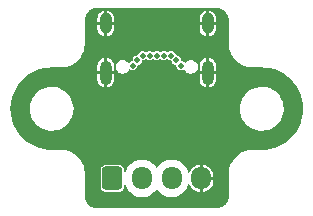
<source format=gbr>
%TF.GenerationSoftware,KiCad,Pcbnew,(7.0.0-0)*%
%TF.CreationDate,2023-03-15T20:38:16-05:00*%
%TF.ProjectId,USB-C Breakout,5553422d-4320-4427-9265-616b6f75742e,0*%
%TF.SameCoordinates,Original*%
%TF.FileFunction,Copper,L2,Inr*%
%TF.FilePolarity,Positive*%
%FSLAX46Y46*%
G04 Gerber Fmt 4.6, Leading zero omitted, Abs format (unit mm)*
G04 Created by KiCad (PCBNEW (7.0.0-0)) date 2023-03-15 20:38:16*
%MOMM*%
%LPD*%
G01*
G04 APERTURE LIST*
G04 Aperture macros list*
%AMRoundRect*
0 Rectangle with rounded corners*
0 $1 Rounding radius*
0 $2 $3 $4 $5 $6 $7 $8 $9 X,Y pos of 4 corners*
0 Add a 4 corners polygon primitive as box body*
4,1,4,$2,$3,$4,$5,$6,$7,$8,$9,$2,$3,0*
0 Add four circle primitives for the rounded corners*
1,1,$1+$1,$2,$3*
1,1,$1+$1,$4,$5*
1,1,$1+$1,$6,$7*
1,1,$1+$1,$8,$9*
0 Add four rect primitives between the rounded corners*
20,1,$1+$1,$2,$3,$4,$5,0*
20,1,$1+$1,$4,$5,$6,$7,0*
20,1,$1+$1,$6,$7,$8,$9,0*
20,1,$1+$1,$8,$9,$2,$3,0*%
G04 Aperture macros list end*
%TA.AperFunction,ComponentPad*%
%ADD10RoundRect,0.250000X-0.600000X-0.725000X0.600000X-0.725000X0.600000X0.725000X-0.600000X0.725000X0*%
%TD*%
%TA.AperFunction,ComponentPad*%
%ADD11O,1.700000X1.950000*%
%TD*%
%TA.AperFunction,ComponentPad*%
%ADD12O,1.000000X2.100000*%
%TD*%
%TA.AperFunction,ComponentPad*%
%ADD13O,1.000000X1.800000*%
%TD*%
%TA.AperFunction,ViaPad*%
%ADD14C,0.700000*%
%TD*%
%TA.AperFunction,ViaPad*%
%ADD15C,0.500000*%
%TD*%
G04 APERTURE END LIST*
D10*
%TO.N,VBUS*%
%TO.C,J2*%
X138395085Y-104900000D03*
D11*
%TO.N,/DP_USB_+*%
X140895084Y-104899999D03*
%TO.N,/DP_USB_-*%
X143395084Y-104899999D03*
%TO.N,GND*%
X145895084Y-104899999D03*
%TD*%
D12*
%TO.N,GND*%
%TO.C,J1*%
X146465084Y-95949999D03*
D13*
X146465084Y-91769999D03*
D12*
X137825084Y-95949999D03*
D13*
X137825084Y-91769999D03*
%TD*%
D14*
%TO.N,GND*%
X145100000Y-98300000D03*
X144850000Y-102850000D03*
X147650000Y-105000000D03*
X147450000Y-106650000D03*
X144850000Y-106800000D03*
X139450000Y-106800000D03*
X142150000Y-106800000D03*
D15*
X138350000Y-100150000D03*
X146000000Y-100300000D03*
%TO.N,VBUS*%
X140100000Y-95350000D03*
X144200000Y-95350000D03*
X141550000Y-94500000D03*
X143350000Y-94500000D03*
X140500000Y-94900000D03*
X143800000Y-94900000D03*
X142150000Y-94500000D03*
X142750000Y-94500000D03*
X140950000Y-94500000D03*
%TD*%
%TA.AperFunction,Conductor*%
%TO.N,GND*%
G36*
X147247805Y-90470738D02*
G01*
X147252403Y-90471140D01*
X147290290Y-90474454D01*
X147290731Y-90474495D01*
X147421868Y-90487409D01*
X147431910Y-90489235D01*
X147502484Y-90508144D01*
X147504355Y-90508679D01*
X147600840Y-90537946D01*
X147609099Y-90541106D01*
X147680466Y-90574385D01*
X147683484Y-90575893D01*
X147767408Y-90620750D01*
X147773773Y-90624661D01*
X147806109Y-90647302D01*
X147839894Y-90670958D01*
X147843695Y-90673842D01*
X147915895Y-90733094D01*
X147920440Y-90737213D01*
X147977878Y-90794651D01*
X147981997Y-90799195D01*
X148041241Y-90871383D01*
X148044125Y-90875184D01*
X148090421Y-90941300D01*
X148094344Y-90947686D01*
X148139196Y-91031595D01*
X148140720Y-91034645D01*
X148173983Y-91105979D01*
X148177148Y-91114249D01*
X148206410Y-91210710D01*
X148206971Y-91212677D01*
X148225855Y-91283154D01*
X148227685Y-91293209D01*
X148240685Y-91425307D01*
X148240747Y-91425979D01*
X148244347Y-91467110D01*
X148244585Y-91472559D01*
X148244585Y-93500099D01*
X148244594Y-93500122D01*
X148244600Y-93500174D01*
X148244600Y-93631119D01*
X148278829Y-93891114D01*
X148279359Y-93893092D01*
X148279360Y-93893097D01*
X148346168Y-94142430D01*
X148346170Y-94142436D01*
X148346701Y-94144416D01*
X148347480Y-94146298D01*
X148347484Y-94146308D01*
X148396720Y-94265173D01*
X148447055Y-94386693D01*
X148448074Y-94388458D01*
X148448077Y-94388464D01*
X148577155Y-94612036D01*
X148577160Y-94612043D01*
X148578173Y-94613798D01*
X148579410Y-94615410D01*
X148579412Y-94615413D01*
X148736567Y-94820223D01*
X148736569Y-94820225D01*
X148737813Y-94821846D01*
X148923243Y-95007277D01*
X149131289Y-95166918D01*
X149358394Y-95298039D01*
X149600669Y-95398394D01*
X149853972Y-95466268D01*
X150113966Y-95500499D01*
X150244984Y-95500499D01*
X150244985Y-95500499D01*
X150244986Y-95500500D01*
X150245085Y-95500500D01*
X151038541Y-95500500D01*
X151041811Y-95500586D01*
X151316991Y-95515005D01*
X151404311Y-95519740D01*
X151410688Y-95520415D01*
X151625965Y-95554509D01*
X151772307Y-95578500D01*
X151778318Y-95579795D01*
X151964805Y-95629763D01*
X151977039Y-95633041D01*
X151977583Y-95633189D01*
X152131890Y-95676030D01*
X152137522Y-95677889D01*
X152324929Y-95749826D01*
X152325589Y-95750085D01*
X152479044Y-95811226D01*
X152484245Y-95813581D01*
X152660569Y-95903420D01*
X152661332Y-95903817D01*
X152809814Y-95982536D01*
X152814579Y-95985339D01*
X152978975Y-96092098D01*
X152980009Y-96092784D01*
X153120500Y-96188038D01*
X153124735Y-96191180D01*
X153276187Y-96313822D01*
X153277309Y-96314753D01*
X153407517Y-96425352D01*
X153411250Y-96428793D01*
X153548449Y-96565991D01*
X153549581Y-96567154D01*
X153642260Y-96664993D01*
X153667678Y-96691826D01*
X153670873Y-96695471D01*
X153691599Y-96721066D01*
X153792571Y-96845756D01*
X153793755Y-96847265D01*
X153898021Y-96984423D01*
X153900682Y-96988207D01*
X154005759Y-97150011D01*
X154006895Y-97151829D01*
X154095927Y-97299799D01*
X154098062Y-97303646D01*
X154185501Y-97475253D01*
X154186522Y-97477355D01*
X154212241Y-97532944D01*
X154259179Y-97634399D01*
X154260804Y-97638244D01*
X154329738Y-97817822D01*
X154330617Y-97820263D01*
X154385935Y-97984438D01*
X154387077Y-97988218D01*
X154436807Y-98173809D01*
X154437476Y-98176551D01*
X154474757Y-98345924D01*
X154475449Y-98349582D01*
X154505489Y-98539248D01*
X154505892Y-98542267D01*
X154524654Y-98714771D01*
X154524934Y-98718258D01*
X154534981Y-98909957D01*
X154535067Y-98913228D01*
X154535067Y-99086772D01*
X154534981Y-99090043D01*
X154524934Y-99281740D01*
X154524654Y-99285227D01*
X154505892Y-99457731D01*
X154505489Y-99460750D01*
X154475449Y-99650416D01*
X154474757Y-99654074D01*
X154437476Y-99823447D01*
X154436807Y-99826189D01*
X154387077Y-100011780D01*
X154385935Y-100015560D01*
X154330617Y-100179735D01*
X154329738Y-100182176D01*
X154260804Y-100361754D01*
X154259179Y-100365599D01*
X154186537Y-100522613D01*
X154185501Y-100524745D01*
X154098062Y-100696352D01*
X154095927Y-100700199D01*
X154006895Y-100848169D01*
X154005759Y-100849987D01*
X153900682Y-101011791D01*
X153898021Y-101015575D01*
X153793755Y-101152733D01*
X153792571Y-101154242D01*
X153670875Y-101304524D01*
X153667678Y-101308172D01*
X153549605Y-101432820D01*
X153548424Y-101434033D01*
X153411250Y-101571205D01*
X153407517Y-101574646D01*
X153277309Y-101685245D01*
X153276180Y-101686182D01*
X153124746Y-101808810D01*
X153120488Y-101811969D01*
X152980009Y-101907214D01*
X152978975Y-101907900D01*
X152814579Y-102014659D01*
X152809814Y-102017462D01*
X152661397Y-102096147D01*
X152660496Y-102096615D01*
X152484265Y-102186408D01*
X152479024Y-102188781D01*
X152325630Y-102249897D01*
X152324895Y-102250185D01*
X152137544Y-102322102D01*
X152131866Y-102323975D01*
X151977583Y-102366809D01*
X151977039Y-102366957D01*
X151778344Y-102420197D01*
X151772279Y-102421504D01*
X151626172Y-102445455D01*
X151625838Y-102445509D01*
X151410695Y-102479582D01*
X151404302Y-102480259D01*
X151316527Y-102485018D01*
X151316414Y-102485024D01*
X151041811Y-102499414D01*
X151038540Y-102499500D01*
X150245141Y-102499500D01*
X150245085Y-102499493D01*
X150245085Y-102499485D01*
X150245027Y-102499485D01*
X150116011Y-102499485D01*
X150115996Y-102499485D01*
X150113965Y-102499486D01*
X150111941Y-102499752D01*
X150111933Y-102499753D01*
X149856000Y-102533449D01*
X149855991Y-102533450D01*
X149853969Y-102533717D01*
X149852005Y-102534243D01*
X149851991Y-102534246D01*
X149602637Y-102601063D01*
X149602628Y-102601065D01*
X149600665Y-102601592D01*
X149598782Y-102602371D01*
X149598776Y-102602374D01*
X149360287Y-102701160D01*
X149360274Y-102701166D01*
X149358387Y-102701948D01*
X149356609Y-102702974D01*
X149356604Y-102702977D01*
X149133063Y-102832040D01*
X149131281Y-102833069D01*
X149129655Y-102834316D01*
X149129650Y-102834320D01*
X148924865Y-102991459D01*
X148924858Y-102991464D01*
X148923233Y-102992712D01*
X148921785Y-102994159D01*
X148921777Y-102994167D01*
X148739249Y-103176696D01*
X148739241Y-103176704D01*
X148737802Y-103178144D01*
X148736567Y-103179753D01*
X148736556Y-103179766D01*
X148579400Y-103384578D01*
X148579393Y-103384587D01*
X148578161Y-103386194D01*
X148577152Y-103387940D01*
X148577143Y-103387955D01*
X148512312Y-103500247D01*
X148447041Y-103613300D01*
X148446264Y-103615175D01*
X148446259Y-103615186D01*
X148347470Y-103853687D01*
X148347466Y-103853696D01*
X148346687Y-103855579D01*
X148346159Y-103857548D01*
X148346155Y-103857561D01*
X148285944Y-104082272D01*
X148278814Y-104108883D01*
X148278546Y-104110913D01*
X148278546Y-104110917D01*
X148244852Y-104366848D01*
X148244851Y-104366855D01*
X148244585Y-104368880D01*
X148244585Y-104370927D01*
X148244585Y-106397271D01*
X148244347Y-106402720D01*
X148240637Y-106445110D01*
X148240574Y-106445787D01*
X148227673Y-106576780D01*
X148225844Y-106586830D01*
X148206958Y-106657313D01*
X148206397Y-106659281D01*
X148177133Y-106755747D01*
X148173968Y-106764017D01*
X148140707Y-106835345D01*
X148139183Y-106838393D01*
X148094332Y-106922303D01*
X148090409Y-106928690D01*
X148044115Y-106994804D01*
X148041231Y-106998605D01*
X147981986Y-107070795D01*
X147977866Y-107075340D01*
X147920427Y-107132777D01*
X147915883Y-107136896D01*
X147843689Y-107196143D01*
X147839888Y-107199026D01*
X147773780Y-107245315D01*
X147767393Y-107249239D01*
X147683492Y-107294083D01*
X147680444Y-107295607D01*
X147609096Y-107328876D01*
X147600826Y-107332040D01*
X147504388Y-107361294D01*
X147502420Y-107361856D01*
X147431906Y-107380749D01*
X147421861Y-107382577D01*
X147291854Y-107395390D01*
X147291171Y-107395453D01*
X147247634Y-107399262D01*
X147242187Y-107399500D01*
X137047815Y-107399500D01*
X137042366Y-107399262D01*
X136999978Y-107395552D01*
X136999300Y-107395489D01*
X136868307Y-107382586D01*
X136858257Y-107380757D01*
X136787733Y-107361859D01*
X136785779Y-107361301D01*
X136689340Y-107332045D01*
X136681076Y-107328883D01*
X136609737Y-107295616D01*
X136606688Y-107294092D01*
X136522782Y-107249242D01*
X136516396Y-107245319D01*
X136450284Y-107199026D01*
X136446483Y-107196142D01*
X136374296Y-107136899D01*
X136369756Y-107132785D01*
X136312296Y-107075324D01*
X136308197Y-107070800D01*
X136248923Y-106998575D01*
X136246084Y-106994831D01*
X136199760Y-106928674D01*
X136195862Y-106922330D01*
X136150978Y-106838357D01*
X136149498Y-106835396D01*
X136116207Y-106764002D01*
X136113048Y-106755744D01*
X136083779Y-106659256D01*
X136083235Y-106657350D01*
X136064337Y-106586823D01*
X136062509Y-106576779D01*
X136052526Y-106475500D01*
X136049689Y-106446712D01*
X136049631Y-106446080D01*
X136049605Y-106445787D01*
X136045822Y-106402548D01*
X136045585Y-106397102D01*
X136045585Y-105654069D01*
X137394585Y-105654069D01*
X137394586Y-105656518D01*
X137394969Y-105658940D01*
X137394970Y-105658945D01*
X137408669Y-105745448D01*
X137408670Y-105745453D01*
X137409439Y-105750304D01*
X137411668Y-105754680D01*
X137411670Y-105754684D01*
X137464803Y-105858963D01*
X137464805Y-105858966D01*
X137467035Y-105863342D01*
X137556743Y-105953050D01*
X137561119Y-105955280D01*
X137561121Y-105955281D01*
X137616962Y-105983733D01*
X137669781Y-106010646D01*
X137763566Y-106025500D01*
X139026603Y-106025499D01*
X139120389Y-106010646D01*
X139233427Y-105953050D01*
X139323135Y-105863342D01*
X139380731Y-105750304D01*
X139395585Y-105656519D01*
X139395584Y-105513507D01*
X139410390Y-105473118D01*
X139447793Y-105451863D01*
X139490072Y-105459817D01*
X139517195Y-105493210D01*
X139517844Y-105495101D01*
X139518475Y-105497591D01*
X139519509Y-105499948D01*
X139613995Y-105715356D01*
X139613997Y-105715361D01*
X139615036Y-105717728D01*
X139746514Y-105918969D01*
X139909321Y-106095825D01*
X140099018Y-106243472D01*
X140101285Y-106244699D01*
X140101290Y-106244702D01*
X140179419Y-106286983D01*
X140310429Y-106357882D01*
X140537788Y-106435934D01*
X140774893Y-106475500D01*
X141012690Y-106475500D01*
X141015277Y-106475500D01*
X141252382Y-106435934D01*
X141479741Y-106357882D01*
X141691152Y-106243472D01*
X141880849Y-106095825D01*
X142043656Y-105918969D01*
X142092763Y-105843804D01*
X142124791Y-105818876D01*
X142165379Y-105818876D01*
X142197406Y-105843804D01*
X142207310Y-105858963D01*
X142245100Y-105916806D01*
X142246514Y-105918969D01*
X142409321Y-106095825D01*
X142599018Y-106243472D01*
X142601285Y-106244699D01*
X142601290Y-106244702D01*
X142679419Y-106286983D01*
X142810429Y-106357882D01*
X143037788Y-106435934D01*
X143274893Y-106475500D01*
X143512690Y-106475500D01*
X143515277Y-106475500D01*
X143752382Y-106435934D01*
X143979741Y-106357882D01*
X144191152Y-106243472D01*
X144380849Y-106095825D01*
X144543656Y-105918969D01*
X144675134Y-105717728D01*
X144771695Y-105497591D01*
X144793650Y-105410891D01*
X144815277Y-105377364D01*
X144852782Y-105363752D01*
X144890881Y-105375604D01*
X144914045Y-105408090D01*
X144919423Y-105425816D01*
X144921766Y-105431474D01*
X145016367Y-105608459D01*
X145019766Y-105613547D01*
X145147084Y-105768684D01*
X145151400Y-105773000D01*
X145306537Y-105900318D01*
X145311625Y-105903717D01*
X145488610Y-105998318D01*
X145494263Y-106000660D01*
X145686315Y-106058918D01*
X145692301Y-106060108D01*
X145761376Y-106066912D01*
X145768184Y-106065673D01*
X145770085Y-106059019D01*
X146020085Y-106059019D01*
X146021985Y-106065673D01*
X146028793Y-106066912D01*
X146097868Y-106060108D01*
X146103854Y-106058918D01*
X146295906Y-106000660D01*
X146301559Y-105998318D01*
X146478544Y-105903717D01*
X146483632Y-105900318D01*
X146638769Y-105773000D01*
X146643085Y-105768684D01*
X146770403Y-105613547D01*
X146773802Y-105608459D01*
X146868403Y-105431474D01*
X146870745Y-105425821D01*
X146929003Y-105233769D01*
X146930193Y-105227783D01*
X146944933Y-105078121D01*
X146945085Y-105075047D01*
X146945085Y-105037431D01*
X146941443Y-105028641D01*
X146932654Y-105025000D01*
X146032516Y-105025000D01*
X146023726Y-105028641D01*
X146020085Y-105037431D01*
X146020085Y-106059019D01*
X145770085Y-106059019D01*
X145770085Y-104762569D01*
X146020085Y-104762569D01*
X146023726Y-104771358D01*
X146032516Y-104775000D01*
X146932654Y-104775000D01*
X146941443Y-104771358D01*
X146945085Y-104762569D01*
X146945085Y-104724953D01*
X146944933Y-104721878D01*
X146930193Y-104572216D01*
X146929003Y-104566230D01*
X146870745Y-104374178D01*
X146868403Y-104368525D01*
X146773802Y-104191540D01*
X146770403Y-104186452D01*
X146643085Y-104031315D01*
X146638769Y-104026999D01*
X146483632Y-103899681D01*
X146478544Y-103896282D01*
X146301559Y-103801681D01*
X146295906Y-103799339D01*
X146103854Y-103741081D01*
X146097868Y-103739891D01*
X146028793Y-103733087D01*
X146021985Y-103734326D01*
X146020085Y-103740981D01*
X146020085Y-104762569D01*
X145770085Y-104762569D01*
X145770085Y-103740981D01*
X145768184Y-103734326D01*
X145761376Y-103733087D01*
X145692301Y-103739891D01*
X145686315Y-103741081D01*
X145494263Y-103799339D01*
X145488610Y-103801681D01*
X145311625Y-103896282D01*
X145306537Y-103899681D01*
X145151400Y-104026999D01*
X145147084Y-104031315D01*
X145019766Y-104186452D01*
X145016367Y-104191540D01*
X144921766Y-104368525D01*
X144919423Y-104374181D01*
X144914045Y-104391910D01*
X144890880Y-104424395D01*
X144852782Y-104436247D01*
X144815277Y-104422635D01*
X144793649Y-104389106D01*
X144788527Y-104368880D01*
X144771695Y-104302409D01*
X144675134Y-104082272D01*
X144543656Y-103881031D01*
X144380849Y-103704175D01*
X144191152Y-103556528D01*
X144188887Y-103555302D01*
X144188879Y-103555297D01*
X144031813Y-103470297D01*
X143979741Y-103442118D01*
X143977298Y-103441279D01*
X143977295Y-103441278D01*
X143754824Y-103364904D01*
X143754820Y-103364903D01*
X143752382Y-103364066D01*
X143749840Y-103363641D01*
X143749833Y-103363640D01*
X143517826Y-103324925D01*
X143517821Y-103324924D01*
X143515277Y-103324500D01*
X143274893Y-103324500D01*
X143272349Y-103324924D01*
X143272343Y-103324925D01*
X143040336Y-103363640D01*
X143040326Y-103363642D01*
X143037788Y-103364066D01*
X143035352Y-103364902D01*
X143035345Y-103364904D01*
X142812874Y-103441278D01*
X142812867Y-103441280D01*
X142810429Y-103442118D01*
X142808154Y-103443348D01*
X142808152Y-103443350D01*
X142601290Y-103555297D01*
X142601277Y-103555305D01*
X142599018Y-103556528D01*
X142596978Y-103558115D01*
X142596976Y-103558117D01*
X142411365Y-103702583D01*
X142411357Y-103702590D01*
X142409321Y-103704175D01*
X142407569Y-103706077D01*
X142407568Y-103706079D01*
X142248263Y-103879130D01*
X142248257Y-103879136D01*
X142246514Y-103881031D01*
X142245106Y-103883184D01*
X142245102Y-103883191D01*
X142197408Y-103956192D01*
X142165379Y-103981121D01*
X142124791Y-103981121D01*
X142092762Y-103956192D01*
X142053620Y-103896282D01*
X142043656Y-103881031D01*
X141880849Y-103704175D01*
X141691152Y-103556528D01*
X141688887Y-103555302D01*
X141688879Y-103555297D01*
X141531813Y-103470297D01*
X141479741Y-103442118D01*
X141477298Y-103441279D01*
X141477295Y-103441278D01*
X141254824Y-103364904D01*
X141254820Y-103364903D01*
X141252382Y-103364066D01*
X141249840Y-103363641D01*
X141249833Y-103363640D01*
X141017826Y-103324925D01*
X141017821Y-103324924D01*
X141015277Y-103324500D01*
X140774893Y-103324500D01*
X140772349Y-103324924D01*
X140772343Y-103324925D01*
X140540336Y-103363640D01*
X140540326Y-103363642D01*
X140537788Y-103364066D01*
X140535352Y-103364902D01*
X140535345Y-103364904D01*
X140312874Y-103441278D01*
X140312867Y-103441280D01*
X140310429Y-103442118D01*
X140308154Y-103443348D01*
X140308152Y-103443350D01*
X140101290Y-103555297D01*
X140101277Y-103555305D01*
X140099018Y-103556528D01*
X140096978Y-103558115D01*
X140096976Y-103558117D01*
X139911365Y-103702583D01*
X139911357Y-103702590D01*
X139909321Y-103704175D01*
X139907569Y-103706077D01*
X139907568Y-103706079D01*
X139748262Y-103879131D01*
X139748256Y-103879138D01*
X139746514Y-103881031D01*
X139745104Y-103883189D01*
X139745101Y-103883193D01*
X139616453Y-104080102D01*
X139616449Y-104080108D01*
X139615036Y-104082272D01*
X139614000Y-104084633D01*
X139613995Y-104084643D01*
X139519511Y-104300046D01*
X139519509Y-104300051D01*
X139518475Y-104302409D01*
X139517843Y-104304903D01*
X139517196Y-104306789D01*
X139490074Y-104340184D01*
X139447795Y-104348138D01*
X139410391Y-104326884D01*
X139395584Y-104286491D01*
X139395584Y-104145942D01*
X139395584Y-104145940D01*
X139395584Y-104143482D01*
X139380731Y-104049696D01*
X139373894Y-104036278D01*
X139325366Y-103941036D01*
X139325365Y-103941034D01*
X139323135Y-103936658D01*
X139233427Y-103846950D01*
X139229051Y-103844720D01*
X139229048Y-103844718D01*
X139124770Y-103791586D01*
X139124768Y-103791585D01*
X139120389Y-103789354D01*
X139115536Y-103788585D01*
X139115532Y-103788584D01*
X139029030Y-103774884D01*
X139029027Y-103774883D01*
X139026604Y-103774500D01*
X139024144Y-103774500D01*
X137766027Y-103774500D01*
X137766014Y-103774500D01*
X137763567Y-103774501D01*
X137761145Y-103774884D01*
X137761139Y-103774885D01*
X137674636Y-103788584D01*
X137674629Y-103788586D01*
X137669781Y-103789354D01*
X137665406Y-103791582D01*
X137665400Y-103791585D01*
X137561121Y-103844718D01*
X137561115Y-103844722D01*
X137556743Y-103846950D01*
X137553269Y-103850423D01*
X137553266Y-103850426D01*
X137470511Y-103933181D01*
X137470508Y-103933184D01*
X137467035Y-103936658D01*
X137464807Y-103941030D01*
X137464803Y-103941036D01*
X137411671Y-104045314D01*
X137411671Y-104045315D01*
X137409439Y-104049696D01*
X137408670Y-104054546D01*
X137408669Y-104054552D01*
X137394969Y-104141054D01*
X137394585Y-104143481D01*
X137394585Y-104145939D01*
X137394585Y-104145940D01*
X137394585Y-105654057D01*
X137394585Y-105654069D01*
X136045585Y-105654069D01*
X136045585Y-104500036D01*
X136045592Y-104500000D01*
X136045600Y-104500000D01*
X136045600Y-104368880D01*
X136011370Y-104108883D01*
X135943497Y-103855578D01*
X135843141Y-103613299D01*
X135712020Y-103386193D01*
X135695684Y-103364904D01*
X135553622Y-103179765D01*
X135553620Y-103179763D01*
X135552378Y-103178144D01*
X135366945Y-102992712D01*
X135365327Y-102991471D01*
X135365322Y-102991466D01*
X135160510Y-102834310D01*
X135160507Y-102834308D01*
X135158895Y-102833071D01*
X135157140Y-102832058D01*
X135157133Y-102832053D01*
X134933554Y-102702972D01*
X134933552Y-102702971D01*
X134931787Y-102701952D01*
X134929904Y-102701172D01*
X134929900Y-102701170D01*
X134691399Y-102602381D01*
X134691395Y-102602379D01*
X134689508Y-102601598D01*
X134687534Y-102601069D01*
X134687525Y-102601066D01*
X134438186Y-102534258D01*
X134438181Y-102534257D01*
X134436203Y-102533727D01*
X134434169Y-102533459D01*
X134434168Y-102533459D01*
X134178236Y-102499766D01*
X134178230Y-102499765D01*
X134176205Y-102499499D01*
X134174158Y-102499499D01*
X134045085Y-102499500D01*
X133251630Y-102499500D01*
X133248359Y-102499414D01*
X132973660Y-102485017D01*
X132973547Y-102485011D01*
X132885870Y-102480257D01*
X132879477Y-102479580D01*
X132664384Y-102445513D01*
X132664050Y-102445459D01*
X132517888Y-102421497D01*
X132511823Y-102420190D01*
X132313155Y-102366957D01*
X132312650Y-102366819D01*
X132158305Y-102323966D01*
X132152631Y-102322094D01*
X131965306Y-102250186D01*
X131964570Y-102249898D01*
X131811153Y-102188771D01*
X131805913Y-102186398D01*
X131629665Y-102096595D01*
X131628764Y-102096127D01*
X131480370Y-102017454D01*
X131475605Y-102014651D01*
X131311138Y-101907845D01*
X131310104Y-101907158D01*
X131169715Y-101811971D01*
X131165457Y-101808813D01*
X131014012Y-101686176D01*
X131012882Y-101685239D01*
X130882662Y-101574629D01*
X130878930Y-101571188D01*
X130741766Y-101434024D01*
X130740585Y-101432811D01*
X130622505Y-101308155D01*
X130619312Y-101304511D01*
X130497611Y-101154222D01*
X130496442Y-101152733D01*
X130392158Y-101015549D01*
X130389524Y-101011804D01*
X130284439Y-100849987D01*
X130283310Y-100848180D01*
X130205604Y-100719034D01*
X130194258Y-100700176D01*
X130192136Y-100696352D01*
X130104684Y-100524717D01*
X130103657Y-100522602D01*
X130077958Y-100467055D01*
X130031017Y-100365593D01*
X130029394Y-100361755D01*
X130001013Y-100287820D01*
X129960441Y-100182127D01*
X129959581Y-100179735D01*
X129904257Y-100015541D01*
X129903127Y-100011800D01*
X129853375Y-99826124D01*
X129852735Y-99823502D01*
X129815438Y-99654060D01*
X129814750Y-99650416D01*
X129801483Y-99566654D01*
X129784703Y-99460710D01*
X129784311Y-99457782D01*
X129765542Y-99285200D01*
X129765267Y-99281778D01*
X129755219Y-99090042D01*
X129755133Y-99086771D01*
X129755133Y-99067765D01*
X131395788Y-99067765D01*
X131396036Y-99070026D01*
X131396037Y-99070032D01*
X131425163Y-99334742D01*
X131425164Y-99334749D01*
X131425414Y-99337018D01*
X131425990Y-99339223D01*
X131425992Y-99339231D01*
X131459408Y-99467047D01*
X131493928Y-99599088D01*
X131494818Y-99601183D01*
X131494820Y-99601188D01*
X131598979Y-99846294D01*
X131599870Y-99848390D01*
X131740982Y-100079610D01*
X131826321Y-100182156D01*
X131887936Y-100256195D01*
X131914255Y-100287820D01*
X132115998Y-100468582D01*
X132341910Y-100618044D01*
X132587176Y-100733020D01*
X132589362Y-100733677D01*
X132589363Y-100733678D01*
X132732627Y-100776780D01*
X132846569Y-100811060D01*
X133114561Y-100850500D01*
X133316492Y-100850500D01*
X133317631Y-100850500D01*
X133520156Y-100835677D01*
X133784553Y-100776780D01*
X134037558Y-100680014D01*
X134273777Y-100547441D01*
X134488177Y-100381888D01*
X134676186Y-100186881D01*
X134833799Y-99966579D01*
X134957656Y-99725675D01*
X135045118Y-99469305D01*
X135094319Y-99202933D01*
X135099259Y-99067765D01*
X149185958Y-99067765D01*
X149186206Y-99070026D01*
X149186207Y-99070032D01*
X149215333Y-99334742D01*
X149215334Y-99334749D01*
X149215584Y-99337018D01*
X149216160Y-99339223D01*
X149216162Y-99339231D01*
X149249578Y-99467047D01*
X149284098Y-99599088D01*
X149284988Y-99601183D01*
X149284990Y-99601188D01*
X149389149Y-99846294D01*
X149390040Y-99848390D01*
X149531152Y-100079610D01*
X149616491Y-100182156D01*
X149678106Y-100256195D01*
X149704425Y-100287820D01*
X149906168Y-100468582D01*
X150132080Y-100618044D01*
X150377346Y-100733020D01*
X150379532Y-100733677D01*
X150379533Y-100733678D01*
X150522797Y-100776780D01*
X150636739Y-100811060D01*
X150904731Y-100850500D01*
X151106662Y-100850500D01*
X151107801Y-100850500D01*
X151310326Y-100835677D01*
X151574723Y-100776780D01*
X151827728Y-100680014D01*
X152063947Y-100547441D01*
X152278347Y-100381888D01*
X152466356Y-100186881D01*
X152623969Y-99966579D01*
X152747826Y-99725675D01*
X152835288Y-99469305D01*
X152884489Y-99202933D01*
X152894382Y-98932235D01*
X152864756Y-98662982D01*
X152796242Y-98400912D01*
X152690300Y-98151610D01*
X152549188Y-97920390D01*
X152375915Y-97712180D01*
X152174172Y-97531418D01*
X151948260Y-97381956D01*
X151946193Y-97380987D01*
X151705058Y-97267947D01*
X151705051Y-97267944D01*
X151702994Y-97266980D01*
X151700814Y-97266324D01*
X151700806Y-97266321D01*
X151445794Y-97189599D01*
X151445784Y-97189596D01*
X151443601Y-97188940D01*
X151441341Y-97188607D01*
X151441335Y-97188606D01*
X151177864Y-97149831D01*
X151177852Y-97149830D01*
X151175609Y-97149500D01*
X150972539Y-97149500D01*
X150971410Y-97149582D01*
X150971399Y-97149583D01*
X150772288Y-97164156D01*
X150772280Y-97164157D01*
X150770014Y-97164323D01*
X150767795Y-97164817D01*
X150767790Y-97164818D01*
X150507847Y-97222723D01*
X150507843Y-97222723D01*
X150505617Y-97223220D01*
X150503492Y-97224032D01*
X150503481Y-97224036D01*
X150254747Y-97319169D01*
X150254741Y-97319171D01*
X150252612Y-97319986D01*
X150250629Y-97321098D01*
X150250618Y-97321104D01*
X150018381Y-97451443D01*
X150016393Y-97452559D01*
X150014594Y-97453947D01*
X150014588Y-97453952D01*
X149803801Y-97616715D01*
X149803793Y-97616721D01*
X149801993Y-97618112D01*
X149800412Y-97619751D01*
X149800404Y-97619759D01*
X149615574Y-97811469D01*
X149615569Y-97811474D01*
X149613984Y-97813119D01*
X149612661Y-97814968D01*
X149612652Y-97814979D01*
X149488711Y-97988218D01*
X149456371Y-98033421D01*
X149455335Y-98035434D01*
X149455330Y-98035444D01*
X149333561Y-98272287D01*
X149333557Y-98272296D01*
X149332514Y-98274325D01*
X149331775Y-98276490D01*
X149331772Y-98276498D01*
X149245793Y-98528521D01*
X149245790Y-98528529D01*
X149245052Y-98530695D01*
X149244637Y-98532937D01*
X149244634Y-98532952D01*
X149196266Y-98794814D01*
X149196264Y-98794829D01*
X149195851Y-98797067D01*
X149195767Y-98799348D01*
X149195767Y-98799354D01*
X149188435Y-99000000D01*
X149185958Y-99067765D01*
X135099259Y-99067765D01*
X135104212Y-98932235D01*
X135074586Y-98662982D01*
X135006072Y-98400912D01*
X134900130Y-98151610D01*
X134759018Y-97920390D01*
X134585745Y-97712180D01*
X134384002Y-97531418D01*
X134158090Y-97381956D01*
X134156023Y-97380987D01*
X133914888Y-97267947D01*
X133914881Y-97267944D01*
X133912824Y-97266980D01*
X133910644Y-97266324D01*
X133910636Y-97266321D01*
X133655624Y-97189599D01*
X133655614Y-97189596D01*
X133653431Y-97188940D01*
X133651171Y-97188607D01*
X133651165Y-97188606D01*
X133387694Y-97149831D01*
X133387682Y-97149830D01*
X133385439Y-97149500D01*
X133182369Y-97149500D01*
X133181240Y-97149582D01*
X133181229Y-97149583D01*
X132982118Y-97164156D01*
X132982110Y-97164157D01*
X132979844Y-97164323D01*
X132977625Y-97164817D01*
X132977620Y-97164818D01*
X132717677Y-97222723D01*
X132717673Y-97222723D01*
X132715447Y-97223220D01*
X132713322Y-97224032D01*
X132713311Y-97224036D01*
X132464577Y-97319169D01*
X132464571Y-97319171D01*
X132462442Y-97319986D01*
X132460459Y-97321098D01*
X132460448Y-97321104D01*
X132228211Y-97451443D01*
X132226223Y-97452559D01*
X132224424Y-97453947D01*
X132224418Y-97453952D01*
X132013631Y-97616715D01*
X132013623Y-97616721D01*
X132011823Y-97618112D01*
X132010242Y-97619751D01*
X132010234Y-97619759D01*
X131825404Y-97811469D01*
X131825399Y-97811474D01*
X131823814Y-97813119D01*
X131822491Y-97814968D01*
X131822482Y-97814979D01*
X131698541Y-97988218D01*
X131666201Y-98033421D01*
X131665165Y-98035434D01*
X131665160Y-98035444D01*
X131543391Y-98272287D01*
X131543387Y-98272296D01*
X131542344Y-98274325D01*
X131541605Y-98276490D01*
X131541602Y-98276498D01*
X131455623Y-98528521D01*
X131455620Y-98528529D01*
X131454882Y-98530695D01*
X131454467Y-98532937D01*
X131454464Y-98532952D01*
X131406096Y-98794814D01*
X131406094Y-98794829D01*
X131405681Y-98797067D01*
X131405597Y-98799348D01*
X131405597Y-98799354D01*
X131398265Y-99000000D01*
X131395788Y-99067765D01*
X129755133Y-99067765D01*
X129755133Y-98913229D01*
X129755219Y-98909958D01*
X129755241Y-98909523D01*
X129765268Y-98718215D01*
X129765541Y-98714804D01*
X129784313Y-98542206D01*
X129784701Y-98539300D01*
X129814750Y-98349582D01*
X129815435Y-98345951D01*
X129852740Y-98176476D01*
X129853369Y-98173895D01*
X129903131Y-97988182D01*
X129904252Y-97984475D01*
X129959595Y-97820221D01*
X129960429Y-97817903D01*
X130029405Y-97638215D01*
X130031007Y-97634427D01*
X130103684Y-97477338D01*
X130104663Y-97475324D01*
X130192152Y-97303616D01*
X130194244Y-97299846D01*
X130283315Y-97151809D01*
X130284414Y-97150051D01*
X130389541Y-96988168D01*
X130392139Y-96984475D01*
X130496498Y-96847192D01*
X130497559Y-96845841D01*
X130619338Y-96695457D01*
X130622482Y-96691868D01*
X130740656Y-96567113D01*
X130741689Y-96566052D01*
X130767293Y-96540448D01*
X137125085Y-96540448D01*
X137125313Y-96544220D01*
X137139977Y-96664993D01*
X137141776Y-96672291D01*
X137199372Y-96824156D01*
X137202861Y-96830806D01*
X137295133Y-96964486D01*
X137300107Y-96970101D01*
X137421686Y-97077810D01*
X137427869Y-97082078D01*
X137571689Y-97157560D01*
X137578710Y-97160222D01*
X137690849Y-97187863D01*
X137697963Y-97187433D01*
X137700085Y-97180626D01*
X137950085Y-97180626D01*
X137952206Y-97187433D01*
X137959320Y-97187863D01*
X138071459Y-97160222D01*
X138078480Y-97157560D01*
X138222300Y-97082078D01*
X138228483Y-97077810D01*
X138350062Y-96970101D01*
X138355036Y-96964486D01*
X138447308Y-96830806D01*
X138450797Y-96824156D01*
X138508393Y-96672291D01*
X138510192Y-96664993D01*
X138524856Y-96544220D01*
X138525085Y-96540448D01*
X145765085Y-96540448D01*
X145765313Y-96544220D01*
X145779977Y-96664993D01*
X145781776Y-96672291D01*
X145839372Y-96824156D01*
X145842861Y-96830806D01*
X145935133Y-96964486D01*
X145940107Y-96970101D01*
X146061686Y-97077810D01*
X146067869Y-97082078D01*
X146211689Y-97157560D01*
X146218710Y-97160222D01*
X146330849Y-97187863D01*
X146337963Y-97187433D01*
X146340085Y-97180626D01*
X146590085Y-97180626D01*
X146592206Y-97187433D01*
X146599320Y-97187863D01*
X146711459Y-97160222D01*
X146718480Y-97157560D01*
X146862300Y-97082078D01*
X146868483Y-97077810D01*
X146990062Y-96970101D01*
X146995036Y-96964486D01*
X147087308Y-96830806D01*
X147090797Y-96824156D01*
X147148393Y-96672291D01*
X147150192Y-96664993D01*
X147164856Y-96544220D01*
X147165085Y-96540448D01*
X147165085Y-96087431D01*
X147161443Y-96078641D01*
X147152654Y-96075000D01*
X146602516Y-96075000D01*
X146593726Y-96078641D01*
X146590085Y-96087431D01*
X146590085Y-97180626D01*
X146340085Y-97180626D01*
X146340085Y-96087431D01*
X146336443Y-96078641D01*
X146327654Y-96075000D01*
X145777516Y-96075000D01*
X145768726Y-96078641D01*
X145765085Y-96087431D01*
X145765085Y-96540448D01*
X138525085Y-96540448D01*
X138525085Y-96087431D01*
X138521443Y-96078641D01*
X138512654Y-96075000D01*
X137962516Y-96075000D01*
X137953726Y-96078641D01*
X137950085Y-96087431D01*
X137950085Y-97180626D01*
X137700085Y-97180626D01*
X137700085Y-96087431D01*
X137696443Y-96078641D01*
X137687654Y-96075000D01*
X137137516Y-96075000D01*
X137128726Y-96078641D01*
X137125085Y-96087431D01*
X137125085Y-96540448D01*
X130767293Y-96540448D01*
X130878955Y-96428786D01*
X130882636Y-96425392D01*
X131012962Y-96314692D01*
X131013925Y-96313893D01*
X131165473Y-96191173D01*
X131169698Y-96188039D01*
X131310253Y-96092740D01*
X131310993Y-96092249D01*
X131475632Y-95985330D01*
X131480345Y-95982558D01*
X131628851Y-95903825D01*
X131629562Y-95903455D01*
X131805935Y-95813589D01*
X131808188Y-95812569D01*
X137125085Y-95812569D01*
X137128726Y-95821358D01*
X137137516Y-95825000D01*
X137687654Y-95825000D01*
X137696443Y-95821358D01*
X137700085Y-95812569D01*
X137950085Y-95812569D01*
X137953726Y-95821358D01*
X137962516Y-95825000D01*
X138512654Y-95825000D01*
X138521443Y-95821358D01*
X138525085Y-95812569D01*
X138525085Y-95450000D01*
X138674619Y-95450000D01*
X138675154Y-95454064D01*
X138691334Y-95576967D01*
X138694398Y-95600236D01*
X138695965Y-95604020D01*
X138695966Y-95604022D01*
X138750817Y-95736443D01*
X138752387Y-95740233D01*
X138754882Y-95743484D01*
X138754883Y-95743486D01*
X138763505Y-95754723D01*
X138844634Y-95860451D01*
X138964852Y-95952698D01*
X139104849Y-96010687D01*
X139217365Y-96025500D01*
X139290758Y-96025500D01*
X139292805Y-96025500D01*
X139405321Y-96010687D01*
X139545318Y-95952698D01*
X139665536Y-95860451D01*
X139757783Y-95740233D01*
X139771573Y-95706939D01*
X139795278Y-95678438D01*
X139830957Y-95668378D01*
X139861331Y-95678691D01*
X139861658Y-95678050D01*
X139974696Y-95735646D01*
X140100000Y-95755492D01*
X140225304Y-95735646D01*
X140338342Y-95678050D01*
X140428050Y-95588342D01*
X140485646Y-95475304D01*
X140505492Y-95350000D01*
X140507605Y-95350334D01*
X140519685Y-95317548D01*
X140557444Y-95296393D01*
X140625304Y-95285646D01*
X140738342Y-95228050D01*
X140828050Y-95138342D01*
X140885646Y-95025304D01*
X140896393Y-94957444D01*
X140917548Y-94919685D01*
X140950334Y-94907605D01*
X140950000Y-94905492D01*
X141075304Y-94885646D01*
X141188342Y-94828050D01*
X141205806Y-94810586D01*
X141250000Y-94792280D01*
X141294194Y-94810586D01*
X141311658Y-94828050D01*
X141316034Y-94830280D01*
X141316036Y-94830281D01*
X141371877Y-94858733D01*
X141424696Y-94885646D01*
X141550000Y-94905492D01*
X141675304Y-94885646D01*
X141788342Y-94828050D01*
X141805806Y-94810586D01*
X141850000Y-94792280D01*
X141894194Y-94810586D01*
X141911658Y-94828050D01*
X141916034Y-94830280D01*
X141916036Y-94830281D01*
X141971877Y-94858733D01*
X142024696Y-94885646D01*
X142150000Y-94905492D01*
X142275304Y-94885646D01*
X142388342Y-94828050D01*
X142405806Y-94810586D01*
X142450000Y-94792280D01*
X142494194Y-94810586D01*
X142511658Y-94828050D01*
X142516034Y-94830280D01*
X142516036Y-94830281D01*
X142571877Y-94858733D01*
X142624696Y-94885646D01*
X142750000Y-94905492D01*
X142875304Y-94885646D01*
X142988342Y-94828050D01*
X143005806Y-94810586D01*
X143050000Y-94792280D01*
X143094194Y-94810586D01*
X143111658Y-94828050D01*
X143116034Y-94830280D01*
X143116036Y-94830281D01*
X143171877Y-94858733D01*
X143224696Y-94885646D01*
X143350000Y-94905492D01*
X143349665Y-94907605D01*
X143382451Y-94919684D01*
X143403605Y-94957445D01*
X143413582Y-95020441D01*
X143413585Y-95020451D01*
X143414354Y-95025304D01*
X143416585Y-95029683D01*
X143416586Y-95029685D01*
X143469718Y-95133963D01*
X143469720Y-95133966D01*
X143471950Y-95138342D01*
X143561658Y-95228050D01*
X143566034Y-95230280D01*
X143566036Y-95230281D01*
X143621877Y-95258733D01*
X143674696Y-95285646D01*
X143679552Y-95286415D01*
X143679558Y-95286417D01*
X143742554Y-95296395D01*
X143780302Y-95317535D01*
X143792402Y-95350333D01*
X143794508Y-95350000D01*
X143813584Y-95470447D01*
X143813585Y-95470451D01*
X143814354Y-95475304D01*
X143816585Y-95479683D01*
X143816586Y-95479685D01*
X143869718Y-95583963D01*
X143869720Y-95583966D01*
X143871950Y-95588342D01*
X143961658Y-95678050D01*
X143966034Y-95680280D01*
X143966036Y-95680281D01*
X144018356Y-95706939D01*
X144074696Y-95735646D01*
X144200000Y-95755492D01*
X144325304Y-95735646D01*
X144434488Y-95680013D01*
X144467764Y-95673395D01*
X144499597Y-95685138D01*
X144520603Y-95711784D01*
X144530805Y-95736415D01*
X144532387Y-95740233D01*
X144534882Y-95743484D01*
X144534883Y-95743486D01*
X144543505Y-95754723D01*
X144624634Y-95860451D01*
X144744852Y-95952698D01*
X144884849Y-96010687D01*
X144997365Y-96025500D01*
X145070758Y-96025500D01*
X145072805Y-96025500D01*
X145185321Y-96010687D01*
X145325318Y-95952698D01*
X145445536Y-95860451D01*
X145482277Y-95812569D01*
X145765085Y-95812569D01*
X145768726Y-95821358D01*
X145777516Y-95825000D01*
X146327654Y-95825000D01*
X146336443Y-95821358D01*
X146340085Y-95812569D01*
X146590085Y-95812569D01*
X146593726Y-95821358D01*
X146602516Y-95825000D01*
X147152654Y-95825000D01*
X147161443Y-95821358D01*
X147165085Y-95812569D01*
X147165085Y-95359553D01*
X147164856Y-95355779D01*
X147150192Y-95235006D01*
X147148393Y-95227708D01*
X147090797Y-95075843D01*
X147087308Y-95069193D01*
X146995036Y-94935513D01*
X146990062Y-94929898D01*
X146868483Y-94822189D01*
X146862300Y-94817921D01*
X146718480Y-94742439D01*
X146711459Y-94739777D01*
X146599320Y-94712136D01*
X146592206Y-94712566D01*
X146590085Y-94719374D01*
X146590085Y-95812569D01*
X146340085Y-95812569D01*
X146340085Y-94719374D01*
X146337963Y-94712566D01*
X146330849Y-94712136D01*
X146218710Y-94739777D01*
X146211689Y-94742439D01*
X146067869Y-94817921D01*
X146061686Y-94822189D01*
X145940107Y-94929898D01*
X145935133Y-94935513D01*
X145842861Y-95069193D01*
X145839372Y-95075843D01*
X145781776Y-95227708D01*
X145779977Y-95235006D01*
X145765313Y-95355779D01*
X145765085Y-95359553D01*
X145765085Y-95812569D01*
X145482277Y-95812569D01*
X145537783Y-95740233D01*
X145595772Y-95600236D01*
X145615551Y-95450000D01*
X145595772Y-95299764D01*
X145537783Y-95159767D01*
X145445536Y-95039549D01*
X145401591Y-95005829D01*
X145328571Y-94949798D01*
X145328570Y-94949797D01*
X145325318Y-94947302D01*
X145289465Y-94932451D01*
X145189107Y-94890881D01*
X145189105Y-94890880D01*
X145185321Y-94889313D01*
X145181258Y-94888778D01*
X145074836Y-94874767D01*
X145074830Y-94874766D01*
X145072805Y-94874500D01*
X144997365Y-94874500D01*
X144995340Y-94874766D01*
X144995333Y-94874767D01*
X144888911Y-94888778D01*
X144888909Y-94888778D01*
X144884849Y-94889313D01*
X144881066Y-94890879D01*
X144881062Y-94890881D01*
X144748641Y-94945732D01*
X144748637Y-94945733D01*
X144744852Y-94947302D01*
X144741602Y-94949795D01*
X144741598Y-94949798D01*
X144627883Y-95037055D01*
X144627878Y-95037059D01*
X144624634Y-95039549D01*
X144622143Y-95042794D01*
X144622138Y-95042800D01*
X144594774Y-95078460D01*
X144566566Y-95099142D01*
X144531663Y-95101429D01*
X144500997Y-95084605D01*
X144441818Y-95025426D01*
X144438342Y-95021950D01*
X144433966Y-95019720D01*
X144433963Y-95019718D01*
X144329685Y-94966586D01*
X144329683Y-94966585D01*
X144325304Y-94964354D01*
X144320451Y-94963585D01*
X144320441Y-94963582D01*
X144257445Y-94953605D01*
X144219684Y-94932451D01*
X144207605Y-94899665D01*
X144205492Y-94900000D01*
X144185646Y-94774696D01*
X144128050Y-94661658D01*
X144038342Y-94571950D01*
X144033966Y-94569720D01*
X144033963Y-94569718D01*
X143929685Y-94516586D01*
X143929683Y-94516585D01*
X143925304Y-94514354D01*
X143920451Y-94513585D01*
X143920447Y-94513584D01*
X143800000Y-94494508D01*
X143800333Y-94492402D01*
X143767535Y-94480302D01*
X143746395Y-94442554D01*
X143736417Y-94379558D01*
X143736415Y-94379552D01*
X143735646Y-94374696D01*
X143678050Y-94261658D01*
X143588342Y-94171950D01*
X143583966Y-94169720D01*
X143583963Y-94169718D01*
X143479685Y-94116586D01*
X143479683Y-94116585D01*
X143475304Y-94114354D01*
X143470451Y-94113585D01*
X143470447Y-94113584D01*
X143354855Y-94095277D01*
X143350000Y-94094508D01*
X143345145Y-94095277D01*
X143229552Y-94113584D01*
X143229546Y-94113585D01*
X143224696Y-94114354D01*
X143220318Y-94116584D01*
X143220314Y-94116586D01*
X143116036Y-94169718D01*
X143116030Y-94169722D01*
X143111658Y-94171950D01*
X143108184Y-94175423D01*
X143108181Y-94175426D01*
X143094194Y-94189414D01*
X143050000Y-94207720D01*
X143005806Y-94189414D01*
X142991818Y-94175426D01*
X142991818Y-94175425D01*
X142988342Y-94171950D01*
X142983966Y-94169720D01*
X142983963Y-94169718D01*
X142879685Y-94116586D01*
X142879683Y-94116585D01*
X142875304Y-94114354D01*
X142870451Y-94113585D01*
X142870447Y-94113584D01*
X142754855Y-94095277D01*
X142750000Y-94094508D01*
X142745145Y-94095277D01*
X142629552Y-94113584D01*
X142629546Y-94113585D01*
X142624696Y-94114354D01*
X142620318Y-94116584D01*
X142620314Y-94116586D01*
X142516036Y-94169718D01*
X142516030Y-94169722D01*
X142511658Y-94171950D01*
X142508184Y-94175423D01*
X142508181Y-94175426D01*
X142494194Y-94189414D01*
X142450000Y-94207720D01*
X142405806Y-94189414D01*
X142391818Y-94175426D01*
X142391818Y-94175425D01*
X142388342Y-94171950D01*
X142383966Y-94169720D01*
X142383963Y-94169718D01*
X142279685Y-94116586D01*
X142279683Y-94116585D01*
X142275304Y-94114354D01*
X142270451Y-94113585D01*
X142270447Y-94113584D01*
X142154855Y-94095277D01*
X142150000Y-94094508D01*
X142145145Y-94095277D01*
X142029552Y-94113584D01*
X142029546Y-94113585D01*
X142024696Y-94114354D01*
X142020318Y-94116584D01*
X142020314Y-94116586D01*
X141916036Y-94169718D01*
X141916030Y-94169722D01*
X141911658Y-94171950D01*
X141908184Y-94175423D01*
X141908181Y-94175426D01*
X141894194Y-94189414D01*
X141850000Y-94207720D01*
X141805806Y-94189414D01*
X141791818Y-94175426D01*
X141791818Y-94175425D01*
X141788342Y-94171950D01*
X141783966Y-94169720D01*
X141783963Y-94169718D01*
X141679685Y-94116586D01*
X141679683Y-94116585D01*
X141675304Y-94114354D01*
X141670451Y-94113585D01*
X141670447Y-94113584D01*
X141554855Y-94095277D01*
X141550000Y-94094508D01*
X141545145Y-94095277D01*
X141429552Y-94113584D01*
X141429546Y-94113585D01*
X141424696Y-94114354D01*
X141420318Y-94116584D01*
X141420314Y-94116586D01*
X141316036Y-94169718D01*
X141316030Y-94169722D01*
X141311658Y-94171950D01*
X141308184Y-94175423D01*
X141308181Y-94175426D01*
X141294194Y-94189414D01*
X141250000Y-94207720D01*
X141205806Y-94189414D01*
X141191818Y-94175426D01*
X141191818Y-94175425D01*
X141188342Y-94171950D01*
X141183966Y-94169720D01*
X141183963Y-94169718D01*
X141079685Y-94116586D01*
X141079683Y-94116585D01*
X141075304Y-94114354D01*
X141070451Y-94113585D01*
X141070447Y-94113584D01*
X140954855Y-94095277D01*
X140950000Y-94094508D01*
X140945145Y-94095277D01*
X140829552Y-94113584D01*
X140829546Y-94113585D01*
X140824696Y-94114354D01*
X140820318Y-94116584D01*
X140820314Y-94116586D01*
X140716036Y-94169718D01*
X140716030Y-94169722D01*
X140711658Y-94171950D01*
X140708184Y-94175423D01*
X140708181Y-94175426D01*
X140625426Y-94258181D01*
X140625423Y-94258184D01*
X140621950Y-94261658D01*
X140619722Y-94266030D01*
X140619718Y-94266036D01*
X140566586Y-94370314D01*
X140566584Y-94370318D01*
X140564354Y-94374696D01*
X140563585Y-94379546D01*
X140563582Y-94379558D01*
X140553605Y-94442554D01*
X140532465Y-94480302D01*
X140499666Y-94492402D01*
X140500000Y-94494508D01*
X140379552Y-94513584D01*
X140379546Y-94513585D01*
X140374696Y-94514354D01*
X140370318Y-94516584D01*
X140370314Y-94516586D01*
X140266036Y-94569718D01*
X140266030Y-94569722D01*
X140261658Y-94571950D01*
X140258184Y-94575423D01*
X140258181Y-94575426D01*
X140175426Y-94658181D01*
X140175423Y-94658184D01*
X140171950Y-94661658D01*
X140169722Y-94666030D01*
X140169718Y-94666036D01*
X140116586Y-94770314D01*
X140116584Y-94770318D01*
X140114354Y-94774696D01*
X140113585Y-94779546D01*
X140113584Y-94779552D01*
X140094508Y-94900000D01*
X140092402Y-94899666D01*
X140080302Y-94932465D01*
X140042554Y-94953605D01*
X139979558Y-94963582D01*
X139979546Y-94963585D01*
X139974696Y-94964354D01*
X139970318Y-94966584D01*
X139970314Y-94966586D01*
X139866036Y-95019718D01*
X139866030Y-95019722D01*
X139861658Y-95021950D01*
X139858184Y-95025423D01*
X139858181Y-95025426D01*
X139793440Y-95090167D01*
X139762773Y-95106992D01*
X139727870Y-95104704D01*
X139699662Y-95084021D01*
X139668031Y-95042799D01*
X139668025Y-95042793D01*
X139665536Y-95039549D01*
X139570449Y-94966586D01*
X139548571Y-94949798D01*
X139548570Y-94949797D01*
X139545318Y-94947302D01*
X139509465Y-94932451D01*
X139409107Y-94890881D01*
X139409105Y-94890880D01*
X139405321Y-94889313D01*
X139401258Y-94888778D01*
X139294836Y-94874767D01*
X139294830Y-94874766D01*
X139292805Y-94874500D01*
X139217365Y-94874500D01*
X139215340Y-94874766D01*
X139215333Y-94874767D01*
X139108911Y-94888778D01*
X139108909Y-94888778D01*
X139104849Y-94889313D01*
X139101066Y-94890879D01*
X139101062Y-94890881D01*
X138968641Y-94945732D01*
X138968637Y-94945733D01*
X138964852Y-94947302D01*
X138961602Y-94949795D01*
X138961598Y-94949798D01*
X138847883Y-95037055D01*
X138847878Y-95037059D01*
X138844634Y-95039549D01*
X138842144Y-95042793D01*
X138842140Y-95042798D01*
X138754883Y-95156513D01*
X138754880Y-95156517D01*
X138752387Y-95159767D01*
X138750818Y-95163552D01*
X138750817Y-95163556D01*
X138695966Y-95295977D01*
X138695964Y-95295981D01*
X138694398Y-95299764D01*
X138693863Y-95303824D01*
X138693863Y-95303826D01*
X138677073Y-95431357D01*
X138674619Y-95450000D01*
X138525085Y-95450000D01*
X138525085Y-95359553D01*
X138524856Y-95355779D01*
X138510192Y-95235006D01*
X138508393Y-95227708D01*
X138450797Y-95075843D01*
X138447308Y-95069193D01*
X138355036Y-94935513D01*
X138350062Y-94929898D01*
X138228483Y-94822189D01*
X138222300Y-94817921D01*
X138078480Y-94742439D01*
X138071459Y-94739777D01*
X137959320Y-94712136D01*
X137952206Y-94712566D01*
X137950085Y-94719374D01*
X137950085Y-95812569D01*
X137700085Y-95812569D01*
X137700085Y-94719374D01*
X137697963Y-94712566D01*
X137690849Y-94712136D01*
X137578710Y-94739777D01*
X137571689Y-94742439D01*
X137427869Y-94817921D01*
X137421686Y-94822189D01*
X137300107Y-94929898D01*
X137295133Y-94935513D01*
X137202861Y-95069193D01*
X137199372Y-95075843D01*
X137141776Y-95227708D01*
X137139977Y-95235006D01*
X137125313Y-95355779D01*
X137125085Y-95359553D01*
X137125085Y-95812569D01*
X131808188Y-95812569D01*
X131811132Y-95811236D01*
X131964760Y-95750025D01*
X131965090Y-95749896D01*
X132152668Y-95677891D01*
X132158266Y-95676044D01*
X132312732Y-95633156D01*
X132511853Y-95579801D01*
X132517860Y-95578507D01*
X132664087Y-95554533D01*
X132879505Y-95520414D01*
X132885843Y-95519743D01*
X132973593Y-95514986D01*
X133248359Y-95500585D01*
X133251630Y-95500500D01*
X134045109Y-95500500D01*
X134045184Y-95500500D01*
X134045207Y-95500490D01*
X134045257Y-95500485D01*
X134176204Y-95500486D01*
X134436200Y-95466258D01*
X134689503Y-95398388D01*
X134931781Y-95298035D01*
X135158887Y-95166916D01*
X135366935Y-95007277D01*
X135552367Y-94821847D01*
X135712008Y-94613799D01*
X135843128Y-94386694D01*
X135943483Y-94144417D01*
X136011355Y-93891114D01*
X136045585Y-93631119D01*
X136045585Y-93500000D01*
X136045585Y-93499500D01*
X136045585Y-92210448D01*
X137125085Y-92210448D01*
X137125313Y-92214220D01*
X137139977Y-92334993D01*
X137141776Y-92342291D01*
X137199372Y-92494156D01*
X137202861Y-92500806D01*
X137295133Y-92634486D01*
X137300107Y-92640101D01*
X137421686Y-92747810D01*
X137427869Y-92752078D01*
X137571689Y-92827560D01*
X137578710Y-92830222D01*
X137690849Y-92857863D01*
X137697963Y-92857433D01*
X137700085Y-92850626D01*
X137950085Y-92850626D01*
X137952206Y-92857433D01*
X137959320Y-92857863D01*
X138071459Y-92830222D01*
X138078480Y-92827560D01*
X138222300Y-92752078D01*
X138228483Y-92747810D01*
X138350062Y-92640101D01*
X138355036Y-92634486D01*
X138447308Y-92500806D01*
X138450797Y-92494156D01*
X138508393Y-92342291D01*
X138510192Y-92334993D01*
X138524856Y-92214220D01*
X138525085Y-92210448D01*
X145765085Y-92210448D01*
X145765313Y-92214220D01*
X145779977Y-92334993D01*
X145781776Y-92342291D01*
X145839372Y-92494156D01*
X145842861Y-92500806D01*
X145935133Y-92634486D01*
X145940107Y-92640101D01*
X146061686Y-92747810D01*
X146067869Y-92752078D01*
X146211689Y-92827560D01*
X146218710Y-92830222D01*
X146330849Y-92857863D01*
X146337963Y-92857433D01*
X146340085Y-92850626D01*
X146590085Y-92850626D01*
X146592206Y-92857433D01*
X146599320Y-92857863D01*
X146711459Y-92830222D01*
X146718480Y-92827560D01*
X146862300Y-92752078D01*
X146868483Y-92747810D01*
X146990062Y-92640101D01*
X146995036Y-92634486D01*
X147087308Y-92500806D01*
X147090797Y-92494156D01*
X147148393Y-92342291D01*
X147150192Y-92334993D01*
X147164856Y-92214220D01*
X147165085Y-92210448D01*
X147165085Y-91907431D01*
X147161443Y-91898641D01*
X147152654Y-91895000D01*
X146602516Y-91895000D01*
X146593726Y-91898641D01*
X146590085Y-91907431D01*
X146590085Y-92850626D01*
X146340085Y-92850626D01*
X146340085Y-91907431D01*
X146336443Y-91898641D01*
X146327654Y-91895000D01*
X145777516Y-91895000D01*
X145768726Y-91898641D01*
X145765085Y-91907431D01*
X145765085Y-92210448D01*
X138525085Y-92210448D01*
X138525085Y-91907431D01*
X138521443Y-91898641D01*
X138512654Y-91895000D01*
X137962516Y-91895000D01*
X137953726Y-91898641D01*
X137950085Y-91907431D01*
X137950085Y-92850626D01*
X137700085Y-92850626D01*
X137700085Y-91907431D01*
X137696443Y-91898641D01*
X137687654Y-91895000D01*
X137137516Y-91895000D01*
X137128726Y-91898641D01*
X137125085Y-91907431D01*
X137125085Y-92210448D01*
X136045585Y-92210448D01*
X136045585Y-91632569D01*
X137125085Y-91632569D01*
X137128726Y-91641358D01*
X137137516Y-91645000D01*
X137687654Y-91645000D01*
X137696443Y-91641358D01*
X137700085Y-91632569D01*
X137950085Y-91632569D01*
X137953726Y-91641358D01*
X137962516Y-91645000D01*
X138512654Y-91645000D01*
X138521443Y-91641358D01*
X138525085Y-91632569D01*
X145765085Y-91632569D01*
X145768726Y-91641358D01*
X145777516Y-91645000D01*
X146327654Y-91645000D01*
X146336443Y-91641358D01*
X146340085Y-91632569D01*
X146590085Y-91632569D01*
X146593726Y-91641358D01*
X146602516Y-91645000D01*
X147152654Y-91645000D01*
X147161443Y-91641358D01*
X147165085Y-91632569D01*
X147165085Y-91329553D01*
X147164856Y-91325779D01*
X147150192Y-91205006D01*
X147148393Y-91197708D01*
X147090797Y-91045843D01*
X147087308Y-91039193D01*
X146995036Y-90905513D01*
X146990062Y-90899898D01*
X146868483Y-90792189D01*
X146862300Y-90787921D01*
X146718480Y-90712439D01*
X146711459Y-90709777D01*
X146599320Y-90682136D01*
X146592206Y-90682566D01*
X146590085Y-90689374D01*
X146590085Y-91632569D01*
X146340085Y-91632569D01*
X146340085Y-90689374D01*
X146337963Y-90682566D01*
X146330849Y-90682136D01*
X146218710Y-90709777D01*
X146211689Y-90712439D01*
X146067869Y-90787921D01*
X146061686Y-90792189D01*
X145940107Y-90899898D01*
X145935133Y-90905513D01*
X145842861Y-91039193D01*
X145839372Y-91045843D01*
X145781776Y-91197708D01*
X145779977Y-91205006D01*
X145765313Y-91325779D01*
X145765085Y-91329553D01*
X145765085Y-91632569D01*
X138525085Y-91632569D01*
X138525085Y-91329553D01*
X138524856Y-91325779D01*
X138510192Y-91205006D01*
X138508393Y-91197708D01*
X138450797Y-91045843D01*
X138447308Y-91039193D01*
X138355036Y-90905513D01*
X138350062Y-90899898D01*
X138228483Y-90792189D01*
X138222300Y-90787921D01*
X138078480Y-90712439D01*
X138071459Y-90709777D01*
X137959320Y-90682136D01*
X137952206Y-90682566D01*
X137950085Y-90689374D01*
X137950085Y-91632569D01*
X137700085Y-91632569D01*
X137700085Y-90689374D01*
X137697963Y-90682566D01*
X137690849Y-90682136D01*
X137578710Y-90709777D01*
X137571689Y-90712439D01*
X137427869Y-90787921D01*
X137421686Y-90792189D01*
X137300107Y-90899898D01*
X137295133Y-90905513D01*
X137202861Y-91039193D01*
X137199372Y-91045843D01*
X137141776Y-91197708D01*
X137139977Y-91205006D01*
X137125313Y-91325779D01*
X137125085Y-91329553D01*
X137125085Y-91632569D01*
X136045585Y-91632569D01*
X136045585Y-91472727D01*
X136045823Y-91467280D01*
X136049530Y-91424906D01*
X136049593Y-91424228D01*
X136062498Y-91293195D01*
X136064318Y-91283193D01*
X136083231Y-91212607D01*
X136083774Y-91210710D01*
X136113038Y-91114236D01*
X136116187Y-91106004D01*
X136149485Y-91034597D01*
X136150987Y-91031595D01*
X136195844Y-90947672D01*
X136199748Y-90941316D01*
X136246073Y-90875157D01*
X136248920Y-90871405D01*
X136308188Y-90799186D01*
X136312277Y-90794673D01*
X136369767Y-90737183D01*
X136374257Y-90733112D01*
X136446503Y-90673821D01*
X136450239Y-90670986D01*
X136516418Y-90624647D01*
X136522751Y-90620756D01*
X136606716Y-90575875D01*
X136609681Y-90574393D01*
X136681082Y-90541097D01*
X136689320Y-90537944D01*
X136785902Y-90508645D01*
X136787667Y-90508142D01*
X136858261Y-90489225D01*
X136868282Y-90487402D01*
X137000654Y-90474373D01*
X137000816Y-90474357D01*
X137042185Y-90470737D01*
X137047631Y-90470500D01*
X147242360Y-90470500D01*
X147247805Y-90470738D01*
G37*
%TD.AperFunction*%
%TD*%
M02*

</source>
